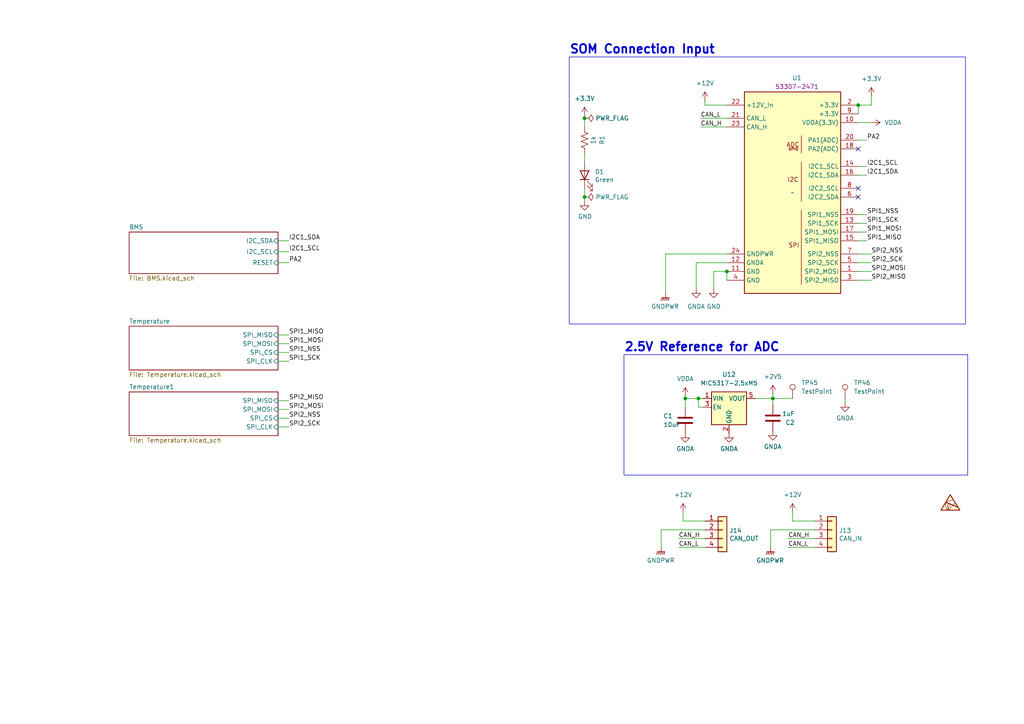
<source format=kicad_sch>
(kicad_sch (version 20231120) (generator "eeschema") (generator_version "8.0")
  (paper "A4")
  (lib_symbols
    (symbol "+3.3V_1" (power) (pin_numbers hide) (pin_names (offset 0) hide)
      (property "Value" "+3.3V" (at 0 3.556 0))
      (symbol "+3.3V_1_0_1"
        (polyline (pts (xy -0.762 1.27) (xy 0 2.54)))
        (polyline (pts (xy 0 0) (xy 0 2.54)))
        (polyline (pts (xy 0 2.54) (xy 0.762 1.27)))
      )
      (symbol "+3.3V_1_1_1"
        (pin power_in line (at 0 0 90) (length 0) (name "~") (number "1"))
      )
    )
    (symbol "Connector:TestPoint" (pin_numbers hide) (pin_names (offset 0.762) hide)
      (property "Reference" "TP" (at 0 6.858 0))
      (property "Value" "TestPoint" (at 0 5.08 0))
      (symbol "TestPoint_0_1"
        (circle (center 0 3.302) (radius 0.762))
      )
      (symbol "TestPoint_1_1"
        (pin passive line (at 0 0 90) (length 2.54) (name "1") (number "1"))
      )
    )
    (symbol "Connector_Generic:Conn_01x04" (pin_names (offset 1.016) hide)
      (property "Reference" "J" (at 0 5.08 0))
      (property "Value" "Conn_01x04" (at 0 -7.62 0))
      (symbol "Conn_01x04_1_1"
        (rectangle (start -1.27 -4.953) (end 0 -5.207) (stroke (width 0.1524)))
        (rectangle (start -1.27 -2.413) (end 0 -2.667) (stroke (width 0.1524)))
        (rectangle (start -1.27 0.127) (end 0 -0.127) (stroke (width 0.1524)))
        (rectangle (start -1.27 2.667) (end 0 2.413) (stroke (width 0.1524)))
        (rectangle (start -1.27 3.81) (end 1.27 -6.35) (stroke (width 0.254)) (fill (type background)))
        (pin passive line (at -5.08 2.54 0) (length 3.81) (name "Pin_1") (number "1"))
        (pin passive line (at -5.08 0 0) (length 3.81) (name "Pin_2") (number "2"))
        (pin passive line (at -5.08 -2.54 0) (length 3.81) (name "Pin_3") (number "3"))
        (pin passive line (at -5.08 -5.08 0) (length 3.81) (name "Pin_4") (number "4"))
      )
    )
    (symbol "Device:C" (pin_numbers hide) (pin_names (offset 0.254))
      (property "Reference" "C" (at 0.635 2.54 0))
      (property "Value" "C" (at 0.635 -2.54 0))
      (symbol "C_0_1"
        (polyline (pts (xy -2.032 -0.762) (xy 2.032 -0.762)) (stroke (width 0.508)))
        (polyline (pts (xy -2.032 0.762) (xy 2.032 0.762)) (stroke (width 0.508)))
      )
      (symbol "C_1_1"
        (pin passive line (at 0 3.81 270) (length 2.794) (name "~") (number "1"))
        (pin passive line (at 0 -3.81 90) (length 2.794) (name "~") (number "2"))
      )
    )
    (symbol "Device:LED" (pin_numbers hide) (pin_names (offset 1.016) hide)
      (property "Reference" "D" (at 0 2.54 0))
      (property "Value" "LED" (at 0 -2.54 0))
      (symbol "LED_0_1"
        (polyline (pts (xy -1.27 -1.27) (xy -1.27 1.27)) (stroke (width 0.254)))
        (polyline (pts (xy -1.27 0) (xy 1.27 0)))
        (polyline (pts (xy 1.27 -1.27) (xy 1.27 1.27) (xy -1.27 0) (xy 1.27 -1.27)) (stroke (width 0.254)))
        (polyline (pts (xy -3.048 -0.762) (xy -4.572 -2.286) (xy -3.81 -2.286) (xy -4.572 -2.286) (xy -4.572 -1.524)))
        (polyline (pts (xy -1.778 -0.762) (xy -3.302 -2.286) (xy -2.54 -2.286) (xy -3.302 -2.286) (xy -3.302 -1.524)))
      )
      (symbol "LED_1_1"
        (pin passive line (at -3.81 0 0) (length 2.54) (name "K") (number "1"))
        (pin passive line (at 3.81 0 180) (length 2.54) (name "A") (number "2"))
      )
    )
    (symbol "Device:R_US" (pin_numbers hide) (pin_names (offset 0))
      (property "Reference" "R" (at 2.54 0 90))
      (property "Value" "R_US" (at -2.54 0 90))
      (symbol "R_US_0_1"
        (polyline (pts (xy 0 -2.286) (xy 0 -2.54)))
        (polyline (pts (xy 0 2.286) (xy 0 2.54)))
        (polyline (pts (xy 0 -0.762) (xy 1.016 -1.143) (xy 0 -1.524) (xy -1.016 -1.905) (xy 0 -2.286)))
        (polyline (pts (xy 0 0.762) (xy 1.016 0.381) (xy 0 0) (xy -1.016 -0.381) (xy 0 -0.762)))
        (polyline (pts (xy 0 2.286) (xy 1.016 1.905) (xy 0 1.524) (xy -1.016 1.143) (xy 0 0.762)))
      )
      (symbol "R_US_1_1"
        (pin passive line (at 0 3.81 270) (length 1.27) (name "~") (number "1"))
        (pin passive line (at 0 -3.81 90) (length 1.27) (name "~") (number "2"))
      )
    )
    (symbol "GNDA_1" (power) (pin_numbers hide) (pin_names (offset 0) hide)
      (property "Value" "GNDA" (at 0 -3.81 0))
      (symbol "GNDA_1_0_1"
        (polyline (pts (xy 0 0) (xy 0 -1.27) (xy 1.27 -1.27) (xy 0 -2.54) (xy -1.27 -1.27) (xy 0 -1.27)))
      )
      (symbol "GNDA_1_1_1"
        (pin power_in line (at 0 0 270) (length 0) (name "~") (number "1"))
      )
    )
    (symbol "GND_1" (power) (pin_numbers hide) (pin_names (offset 0) hide)
      (property "Value" "GND" (at 0 -3.81 0))
      (symbol "GND_1_0_1"
        (polyline (pts (xy 0 0) (xy 0 -1.27) (xy 1.27 -1.27) (xy 0 -2.54) (xy -1.27 -1.27) (xy 0 -1.27)))
      )
      (symbol "GND_1_1_1"
        (pin power_in line (at 0 0 270) (length 0) (name "~") (number "1"))
      )
    )
    (symbol "Graphic:SYM_ESD_Small" (in_bom no) (on_board no)
      (symbol "SYM_ESD_Small_0_0"
        (polyline (pts (xy -1.27 0.381) (xy 2.159 -1.016)) (stroke (width 0.254)))
        (polyline (pts (xy -2.667 -1.905) (xy 2.794 -1.905) (xy 0 2.54) (xy -2.667 -1.905)) (stroke (width 0.254)))
        (polyline (pts (xy 2.7432 -1.905) (xy 2.7178 -1.8796) (xy 2.6162 -1.6764) (xy 2.5654 -1.6002) (xy 2.4892 -1.4986) (xy 2.4384 -1.3716) (xy 1.7526 -0.2286) (xy 1.7018 -0.127) (xy 1.6256 -0.0508) (xy 1.6002 0.0508) (xy 1.5494 0.1016) (xy 1.4986 0.2032) (xy 1.4732 0.2286) (xy 1.4732 0.2032) (xy 1.4478 0.2032) (xy 1.3208 0.0762) (xy 1.2954 0.0254) (xy 1.2954 -0.0254) (xy 1.27 -0.0762) (xy 1.2446 -0.1524) (xy 1.143 -0.254) (xy 1.0922 -0.3302) (xy 1.0414 -0.3556) (xy 0.9144 -0.4826) (xy 0.762 -0.5842) (xy 0.6604 -0.6604) (xy 0.508 -0.762) (xy 0.4572 -0.8128) (xy 0.3556 -0.8636) (xy 0.3048 -0.9144) (xy 0.2286 -0.9652) (xy 0.0762 -1.1938) (xy 0.0254 -1.2954) (xy -0.0254 -1.4224) (xy -0.0508 -1.4986) (xy -0.1016 -1.5748) (xy -0.127 -1.651) (xy -0.1778 -1.6764) (xy -0.2032 -1.7272) (xy -0.254 -1.7526) (xy -0.4064 -1.7526) (xy -0.4064 -1.7272) (xy -0.4572 -1.7018) (xy -0.4826 -1.6256) (xy -0.508 -1.524) (xy -0.508 -1.0922) (xy -0.4572 -0.889) (xy -0.4064 -0.8128) (xy -0.254 -0.6604) (xy -0.2032 -0.5842) (xy -0.127 -0.5334) (xy -0.1016 -0.4826) (xy -0.0762 -0.4064) (xy -0.0508 -0.3556) (xy -0.0254 -0.3302) (xy -0.0254 -0.2794) (xy 0 -0.2286) (xy -0.0762 -0.1524) (xy -0.127 -0.127) (xy -0.1524 -0.0762) (xy -0.2032 -0.0508) (xy -0.2286 -0.0254) (xy -0.254 -0.0254) (xy -0.3048 -0.0762) (xy -0.3556 -0.1016) (xy -0.4318 -0.127) (xy -0.4826 -0.1524) (xy -0.5588 -0.2286) (xy -0.6096 -0.254) (xy -0.8382 -0.4826) (xy -0.8128 -0.5588) (xy -0.7874 -0.5842) (xy -0.7874 -0.8636) (xy -0.8128 -0.889) (xy -0.8128 -0.9652) (xy -0.762 -1.016) (xy -0.762 -1.0414) (xy -0.6604 -1.2954) (xy -0.6604 -1.5748) (xy -0.6858 -1.6002) (xy -0.6858 -1.6256) (xy -0.7366 -1.7018) (xy -0.8382 -1.7526) (xy -0.9144 -1.7526) (xy -0.9398 -1.7272) (xy -0.9652 -1.6764) (xy -1.016 -1.6002) (xy -1.0414 -1.524) (xy -1.143 -1.27) (xy -1.2192 -1.0414) (xy -1.27 -0.9652) (xy -1.2954 -0.889) (xy -1.3208 -0.8382) (xy -1.3208 -0.8128) (xy -1.3716 -0.7112) (xy -1.397 -0.5842) (xy -1.397 -0.4826) (xy -1.3716 -0.381) (xy -1.3208 -0.254) (xy -1.2954 -0.2032) (xy -1.1938 -0.0508) (xy -1.0414 0.1524) (xy -0.9906 0.2032) (xy -0.9652 0.254) (xy -0.9144 0.3302) (xy -0.889 0.381) (xy -0.8636 0.381) (xy -0.8128 0.508) (xy -0.6096 0.7112) (xy -0.5334 0.7366) (xy -0.508 0.762) (xy -0.4318 0.762) (xy -0.3556 0.7874) (xy -0.2286 0.8128) (xy -0.1016 0.8128) (xy 0.0508 0.8382) (xy 0.2032 0.8382) (xy 0.3048 0.8636) (xy 0.4826 0.8636) (xy 0.5334 0.889) (xy 0.5842 0.889) (xy 0.6858 0.9398) (xy 0.7112 0.9652) (xy 0.762 0.9906) (xy 0.8128 1.0414) (xy 0.8636 1.0668) (xy 0.889 1.1176) (xy 0.9144 1.143) (xy 0.9144 1.1938) (xy 0.889 1.2192) (xy 0.8636 1.27) (xy 0.8128 1.3462) (xy 0.7112 1.5494) (xy 0.635 1.651) (xy 0.5842 1.7526) (xy 0.508 1.8796) (xy 0.4572 1.9558) (xy 0.381 2.0828) (xy 0.3048 2.1844) (xy 0.254 2.286) (xy 0.2032 2.3622) (xy 0.1778 2.4384) (xy 0.1016 2.5146) (xy 0.1016 2.54) (xy 0.0762 2.5654) (xy 0.0762 2.5908) (xy 0.0254 2.5908) (xy 0.0254 2.5654) (xy -0.0254 2.5146) (xy -0.1016 2.3622) (xy -0.254 2.1336) (xy -0.3048 2.032) (xy -0.4572 1.778) (xy -0.5588 1.6256) (xy -0.762 1.27) (xy -0.889 1.0668) (xy -1.016 0.8382) (xy -1.1684 0.6096) (xy -1.3208 0.3302) (xy -1.397 0.2032) (xy -1.524 -0.0254) (xy -1.778 -0.4318) (xy -1.8796 -0.635) (xy -2.0066 -0.8128) (xy -2.1082 -0.9906) (xy -2.2098 -1.143) (xy -2.286 -1.2954) (xy -2.4384 -1.5494) (xy -2.4892 -1.651) (xy -2.5654 -1.7526) (xy -2.5908 -1.8288) (xy -2.6162 -1.8796) (xy -2.6416 -1.905) (xy -2.6416 -1.9304) (xy 2.7432 -1.9304) (xy 2.7432 -1.905)) (stroke (width 0.127)) (fill (type background)))
      )
    )
    (symbol "Regulator_Linear:MIC5317-2.5xM5" (pin_names (offset 0.254))
      (property "Reference" "U" (at -6.35 6.35 0))
      (property "Value" "MIC5317-2.5xM5" (at 0 6.35 0))
      (symbol "MIC5317-2.5xM5_0_1"
        (rectangle (start -5.08 4.445) (end 5.08 -5.08) (stroke (width 0.254)) (fill (type background)))
      )
      (symbol "MIC5317-2.5xM5_1_1"
        (pin power_in line (at -7.62 2.54 0) (length 2.54) (name "VIN") (number "1"))
        (pin power_in line (at 0 -7.62 90) (length 2.54) (name "GND") (number "2"))
        (pin input line (at -7.62 0 0) (length 2.54) (name "EN") (number "3"))
        (pin no_connect line (at 5.08 0 180) (length 2.54) hide (name "NC") (number "4"))
        (pin power_out line (at 7.62 2.54 180) (length 2.54) (name "VOUT") (number "5"))
      )
    )
    (symbol "VDDA_1" (power) (pin_numbers hide) (pin_names (offset 0) hide)
      (property "Value" "VDDA" (at 0 3.556 0))
      (symbol "VDDA_1_0_1"
        (polyline (pts (xy -0.762 1.27) (xy 0 2.54)))
        (polyline (pts (xy 0 0) (xy 0 2.54)))
        (polyline (pts (xy 0 2.54) (xy 0.762 1.27)))
      )
      (symbol "VDDA_1_1_1"
        (pin power_in line (at 0 0 90) (length 0) (name "~") (number "1"))
      )
    )
    (symbol "power:+12V" (power) (pin_numbers hide) (pin_names (offset 0) hide)
      (property "Value" "+12V" (at 0 3.556 0))
      (symbol "+12V_0_1"
        (polyline (pts (xy -0.762 1.27) (xy 0 2.54)))
        (polyline (pts (xy 0 0) (xy 0 2.54)))
        (polyline (pts (xy 0 2.54) (xy 0.762 1.27)))
      )
      (symbol "+12V_1_1"
        (pin power_in line (at 0 0 90) (length 0) (name "~") (number "1"))
      )
    )
    (symbol "power:+2V5" (power) (pin_names (offset 0))
      (property "Value" "+2V5" (at 0 3.556 0))
      (symbol "+2V5_0_1"
        (polyline (pts (xy -0.762 1.27) (xy 0 2.54)))
        (polyline (pts (xy 0 0) (xy 0 2.54)))
        (polyline (pts (xy 0 2.54) (xy 0.762 1.27)))
      )
      (symbol "+2V5_1_1"
        (pin power_in line (at 0 0 90) (length 0) hide (name "+2V5") (number "1"))
      )
    )
    (symbol "power:+3.3V" (power) (pin_names (offset 0))
      (property "Value" "+3.3V" (at 0 3.556 0))
      (symbol "+3.3V_0_1"
        (polyline (pts (xy -0.762 1.27) (xy 0 2.54)))
        (polyline (pts (xy 0 0) (xy 0 2.54)))
        (polyline (pts (xy 0 2.54) (xy 0.762 1.27)))
      )
      (symbol "+3.3V_1_1"
        (pin power_in line (at 0 0 90) (length 0) hide (name "+3.3V") (number "1"))
      )
    )
    (symbol "power:GND" (power) (pin_names (offset 0))
      (property "Value" "GND" (at 0 -3.81 0))
      (symbol "GND_0_1"
        (polyline (pts (xy 0 0) (xy 0 -1.27) (xy 1.27 -1.27) (xy 0 -2.54) (xy -1.27 -1.27) (xy 0 -1.27)))
      )
      (symbol "GND_1_1"
        (pin power_in line (at 0 0 270) (length 0) hide (name "GND") (number "1"))
      )
    )
    (symbol "power:GNDA" (power) (pin_names (offset 0))
      (property "Value" "GNDA" (at 0 -3.81 0))
      (symbol "GNDA_0_1"
        (polyline (pts (xy 0 0) (xy 0 -1.27) (xy 1.27 -1.27) (xy 0 -2.54) (xy -1.27 -1.27) (xy 0 -1.27)))
      )
      (symbol "GNDA_1_1"
        (pin power_in line (at 0 0 270) (length 0) hide (name "GNDA") (number "1"))
      )
    )
    (symbol "power:GNDPWR" (power) (pin_numbers hide) (pin_names (offset 0) hide)
      (property "Value" "GNDPWR" (at 0 -3.302 0))
      (symbol "GNDPWR_0_1"
        (polyline (pts (xy 0 -1.27) (xy 0 0)))
        (polyline (pts (xy -1.016 -1.27) (xy -1.27 -2.032) (xy -1.27 -2.032)) (stroke (width 0.2032)))
        (polyline (pts (xy -0.508 -1.27) (xy -0.762 -2.032) (xy -0.762 -2.032)) (stroke (width 0.2032)))
        (polyline (pts (xy 0 -1.27) (xy -0.254 -2.032) (xy -0.254 -2.032)) (stroke (width 0.2032)))
        (polyline (pts (xy 0.508 -1.27) (xy 0.254 -2.032) (xy 0.254 -2.032)) (stroke (width 0.2032)))
        (polyline (pts (xy 1.016 -1.27) (xy -1.016 -1.27) (xy -1.016 -1.27)) (stroke (width 0.2032)))
        (polyline (pts (xy 1.016 -1.27) (xy 0.762 -2.032) (xy 0.762 -2.032) (xy 0.762 -2.032)) (stroke (width 0.2032)))
      )
      (symbol "GNDPWR_1_1"
        (pin power_in line (at 0 0 270) (length 0) (name "~") (number "1"))
      )
    )
    (symbol "power:PWR_FLAG" (power) (pin_numbers hide) (pin_names (offset 0) hide)
      (property "Value" "PWR_FLAG" (at 0 3.81 0))
      (symbol "PWR_FLAG_0_0"
        (pin power_out line (at 0 0 90) (length 0) (name "pwr") (number "1"))
      )
      (symbol "PWR_FLAG_0_1"
        (polyline (pts (xy 0 0) (xy 0 1.27) (xy -1.016 1.905) (xy 0 2.54) (xy 1.016 1.905) (xy 0 1.27)))
      )
    )
    (symbol "power:VDDA" (power) (pin_names (offset 0))
      (property "Value" "VDDA" (at 0 3.81 0))
      (symbol "VDDA_0_1"
        (polyline (pts (xy -0.762 1.27) (xy 0 2.54)))
        (polyline (pts (xy 0 0) (xy 0 2.54)))
        (polyline (pts (xy 0 2.54) (xy 0.762 1.27)))
      )
      (symbol "VDDA_1_1"
        (pin power_in line (at 0 0 90) (length 0) hide (name "VDDA") (number "1"))
      )
    )
    (symbol "utsvt-misc:PeripheralSOM"
      (property "Reference" "U" (at -13.716 30.48 0))
      (property "Value" "PeripheralSOM" (at 7.112 30.48 0))
      (property "P/N" "53307-2471" (at 0 0 0))
      (symbol "PeripheralSOM_1_1"
        (rectangle (start -13.97 29.21) (end 13.97 -29.21) (stroke (width 0.254)) (fill (type background)))
        (polyline (pts (xy 2.54 -5.08) (xy 2.54 -26.67)))
        (polyline (pts (xy 2.54 8.89) (xy 2.54 -2.54)))
        (polyline (pts (xy 2.54 16.51) (xy 2.54 11.43)))
        (text "ADC" (at 2.032 13.97 0) (effects (font (size 1.27 1.27)) (justify right)))
        (text "GPIO" (at 1.778 12.7 0) (effects (font (size 0.8 0.8)) (justify right)))
        (text "I2C" (at 1.778 3.81 0) (effects (font (size 1.27 1.27)) (justify right)))
        (text "SPI" (at 2.032 -15.24 0) (effects (font (size 1.27 1.27)) (justify right)))
        (pin passive line (at 19.05 -22.86 180) (length 5.08) (name "SPI2_MOSI") (number "1"))
        (pin passive line (at 19.05 20.32 180) (length 5.08) (name "VDDA(3.3V)") (number "10"))
        (pin output line (at -19.05 -22.86 0) (length 5.08) (name "GND") (number "11"))
        (pin output line (at -19.05 -20.32 0) (length 5.08) (name "GNDA") (number "12"))
        (pin passive line (at 19.05 -8.89 180) (length 5.08) (name "SPI1_SCK") (number "13"))
        (pin passive line (at 19.05 7.62 180) (length 5.08) (name "I2C1_SCL") (number "14"))
        (pin passive line (at 19.05 -13.97 180) (length 5.08) (name "SPI1_MISO") (number "15"))
        (pin passive line (at 19.05 5.08 180) (length 5.08) (name "I2C1_SDA") (number "16"))
        (pin passive line (at 19.05 -11.43 180) (length 5.08) (name "SPI1_MOSI") (number "17"))
        (pin passive line (at 19.05 12.7 180) (length 5.08) (name "PA2(ADC)") (number "18"))
        (pin passive line (at 19.05 -6.35 180) (length 5.08) (name "SPI1_NSS") (number "19"))
        (pin passive line (at 19.05 25.4 180) (length 5.08) (name "+3.3V") (number "2"))
        (pin passive line (at 19.05 15.24 180) (length 5.08) (name "PA1(ADC)") (number "20"))
        (pin passive line (at -19.05 21.59 0) (length 5.08) (name "CAN_L") (number "21"))
        (pin input line (at -19.05 25.4 0) (length 5.08) (name "+12V_In") (number "22"))
        (pin passive line (at -19.05 19.05 0) (length 5.08) (name "CAN_H") (number "23"))
        (pin passive line (at -19.05 -17.78 0) (length 5.08) (name "GNDPWR") (number "24"))
        (pin passive line (at 19.05 -25.4 180) (length 5.08) (name "SPI2_MISO") (number "3"))
        (pin output line (at -19.05 -25.4 0) (length 5.08) (name "GND") (number "4"))
        (pin passive line (at 19.05 -20.32 180) (length 5.08) (name "SPI2_SCK") (number "5"))
        (pin passive line (at 19.05 -1.27 180) (length 5.08) (name "I2C2_SDA") (number "6"))
        (pin passive line (at 19.05 -17.78 180) (length 5.08) (name "SPI2_NSS") (number "7"))
        (pin passive line (at 19.05 1.27 180) (length 5.08) (name "I2C2_SCL") (number "8"))
        (pin output line (at 19.05 22.86 180) (length 5.08) (name "+3.3V") (number "9"))
      )
    )
  )
  (junction (at 198.755 115.57))
  (junction (at 169.545 34.29))
  (junction (at 169.545 57.15))
  (junction (at 210.82 78.74))
  (junction (at 248.92 30.48))
  (junction (at 224.155 115.57))
  (junction (at 202.565 115.57))
  (no_connect (at 248.92 43.18))
  (no_connect (at 248.92 54.61))
  (no_connect (at 248.92 57.15))
  (wire (pts (xy 169.545 54.61) (xy 169.545 57.15)))
  (wire (pts (xy 80.645 118.745) (xy 83.82 118.745)))
  (wire (pts (xy 228.6 156.21) (xy 236.22 156.21)))
  (wire (pts (xy 207.01 78.74) (xy 210.82 78.74)))
  (wire (pts (xy 229.87 148.59) (xy 229.87 151.13)))
  (wire (pts (xy 248.92 78.74) (xy 252.73 78.74)))
  (wire (pts (xy 219.075 115.57) (xy 224.155 115.57)))
  (wire (pts (xy 169.545 57.15) (xy 169.545 58.42)))
  (wire (pts (xy 229.87 115.57) (xy 224.155 115.57)))
  (wire (pts (xy 224.155 117.475) (xy 224.155 115.57)))
  (wire (pts (xy 204.47 30.48) (xy 210.82 30.48)))
  (wire (pts (xy 248.92 35.56) (xy 252.73 35.56)))
  (wire (pts (xy 191.77 158.75) (xy 191.77 153.67)))
  (wire (pts (xy 80.645 76.2) (xy 83.82 76.2)))
  (wire (pts (xy 228.6 158.75) (xy 236.22 158.75)))
  (wire (pts (xy 169.545 33.655) (xy 169.545 34.29)))
  (wire (pts (xy 196.85 158.75) (xy 204.47 158.75)))
  (wire (pts (xy 80.645 121.285) (xy 83.82 121.285)))
  (wire (pts (xy 201.93 76.2) (xy 210.82 76.2)))
  (wire (pts (xy 198.755 114.935) (xy 198.755 115.57)))
  (wire (pts (xy 252.73 30.48) (xy 248.92 30.48)))
  (wire (pts (xy 169.545 34.29) (xy 169.545 36.83)))
  (wire (pts (xy 248.92 30.48) (xy 248.92 33.02)))
  (wire (pts (xy 203.2 36.83) (xy 210.82 36.83)))
  (wire (pts (xy 169.545 44.45) (xy 169.545 46.99)))
  (wire (pts (xy 196.85 156.21) (xy 204.47 156.21)))
  (wire (pts (xy 80.645 99.695) (xy 83.82 99.695)))
  (wire (pts (xy 224.155 114.3) (xy 224.155 115.57)))
  (wire (pts (xy 210.82 78.74) (xy 210.82 81.28)))
  (wire (pts (xy 191.77 153.67) (xy 204.47 153.67)))
  (wire (pts (xy 245.11 115.57) (xy 245.11 116.84)))
  (wire (pts (xy 248.92 50.8) (xy 251.46 50.8)))
  (wire (pts (xy 202.565 115.57) (xy 198.755 115.57)))
  (wire (pts (xy 223.52 153.67) (xy 236.22 153.67)))
  (wire (pts (xy 207.01 83.82) (xy 207.01 78.74)))
  (wire (pts (xy 198.12 151.13) (xy 204.47 151.13)))
  (wire (pts (xy 80.645 116.205) (xy 83.82 116.205)))
  (wire (pts (xy 203.835 118.11) (xy 202.565 118.11)))
  (wire (pts (xy 248.92 67.31) (xy 251.46 67.31)))
  (wire (pts (xy 198.755 115.57) (xy 198.755 118.11)))
  (wire (pts (xy 193.04 85.09) (xy 193.04 73.66)))
  (wire (pts (xy 80.645 97.155) (xy 83.82 97.155)))
  (wire (pts (xy 248.92 73.66) (xy 252.73 73.66)))
  (wire (pts (xy 203.2 34.29) (xy 210.82 34.29)))
  (wire (pts (xy 248.92 81.28) (xy 252.73 81.28)))
  (wire (pts (xy 248.92 40.64) (xy 251.46 40.64)))
  (wire (pts (xy 80.645 73.025) (xy 83.82 73.025)))
  (wire (pts (xy 204.47 29.21) (xy 204.47 30.48)))
  (wire (pts (xy 80.645 123.825) (xy 83.82 123.825)))
  (wire (pts (xy 198.12 148.59) (xy 198.12 151.13)))
  (wire (pts (xy 193.04 73.66) (xy 210.82 73.66)))
  (wire (pts (xy 248.92 62.23) (xy 251.46 62.23)))
  (wire (pts (xy 203.835 115.57) (xy 202.565 115.57)))
  (wire (pts (xy 248.92 76.2) (xy 252.73 76.2)))
  (wire (pts (xy 248.92 48.26) (xy 251.46 48.26)))
  (wire (pts (xy 80.645 69.85) (xy 83.82 69.85)))
  (wire (pts (xy 201.93 76.2) (xy 201.93 83.82)))
  (wire (pts (xy 223.52 158.75) (xy 223.52 153.67)))
  (wire (pts (xy 248.92 69.85) (xy 251.46 69.85)))
  (wire (pts (xy 229.87 151.13) (xy 236.22 151.13)))
  (wire (pts (xy 202.565 118.11) (xy 202.565 115.57)))
  (wire (pts (xy 248.92 64.77) (xy 251.46 64.77)))
  (wire (pts (xy 80.645 104.775) (xy 83.82 104.775)))
  (wire (pts (xy 252.73 27.94) (xy 252.73 30.48)))
  (wire (pts (xy 80.645 102.235) (xy 83.82 102.235)))
  (rectangle (start 165.1 16.51) (end 280.035 93.98))
  (rectangle (start 180.975 102.87) (end 280.67 137.795))
  (text "2.5V Reference for ADC" (at 180.975 102.235 0) (effects (font (size 2.5 2.5) (thickness 0.5) (bold yes)) (justify left bottom)))
  (text "SOM Connection Input\n" (at 165.1 15.875 0) (effects (font (size 2.5 2.5) (thickness 0.5) (bold yes)) (justify left bottom)))
  (label "I2C1_SCL" (at 251.46 48.26 0))
  (label "SPI1_MISO" (at 251.46 69.85 0))
  (label "SPI2_SCK" (at 83.82 123.825 0))
  (label "SPI1_SCK" (at 251.46 64.77 0))
  (label "SPI2_SCK" (at 252.73 76.2 0))
  (label "SPI1_MOSI" (at 251.46 67.31 0))
  (label "SPI2_MOSI" (at 83.82 118.745 0))
  (label "CAN_H" (at 228.6 156.21 0))
  (label "SPI1_SCK" (at 83.82 104.775 0))
  (label "I2C1_SCL" (at 83.82 73.025 0))
  (label "PA2" (at 83.82 76.2 0))
  (label "CAN_H" (at 196.85 156.21 0))
  (label "CAN_L" (at 203.2 34.29 0))
  (label "SPI2_MISO" (at 252.73 81.28 0))
  (label "SPI1_NSS" (at 83.82 102.235 0))
  (label "CAN_H" (at 203.2 36.83 0))
  (label "PA2" (at 251.46 40.64 0))
  (label "CAN_L" (at 196.85 158.75 0))
  (label "I2C1_SDA" (at 251.46 50.8 0))
  (label "SPI2_NSS" (at 83.82 121.285 0))
  (label "SPI1_MOSI" (at 83.82 99.695 0))
  (label "SPI2_NSS" (at 252.73 73.66 0))
  (label "SPI2_MOSI" (at 252.73 78.74 0))
  (label "I2C1_SDA" (at 83.82 69.85 0))
  (label "SPI2_MISO" (at 83.82 116.205 0))
  (label "CAN_L" (at 228.6 158.75 0))
  (label "SPI1_NSS" (at 251.46 62.23 0))
  (label "SPI1_MISO" (at 83.82 97.155 0))
  (symbol (lib_id "Device:LED") (at 169.545 50.8 90) (unit 1)
    (property "Reference" "D1" (at 172.5168 49.8348 90) (effects (justify right)))
    (property "Value" "Green" (at 172.5168 52.1462 90) (effects (justify right)))
    (property "Footprint" "LED_SMD:LED_0805_2012Metric" (effects (hide yes)))
  )
  (symbol (lib_id "power:GND") (at 169.545 58.42 0) (unit 1)
    (property "Reference" "#PWR02" (effects (hide yes)))
    (property "Value" "GND" (at 169.672 62.8142 0))
  )
  (symbol (lib_id "Graphic:SYM_ESD_Small") (at 275.59 146.05 0) (unit 1) (exclude_from_sim yes)
    (property "Reference" "#SYM1" (effects (hide yes)))
    (property "Value" "SYM_ESD_Small" (effects (hide yes)))
    (property "Footprint" "Symbol:ESD-Logo_6.6x6mm_SilkScreen" (effects (hide yes)))
  )
  (symbol (lib_name "GNDA_1") (lib_id "power:GNDA") (at 201.93 83.82 0) (unit 1)
    (property "Reference" "#PWR095" (effects (hide yes)))
    (property "Value" "GNDA" (at 201.93 88.9 0))
    (property "Description" "Power symbol creates a global label with name \"GNDA\" , analog ground" (effects (hide yes)))
  )
  (symbol (lib_id "power:GNDA") (at 224.155 125.095 0) (unit 1)
    (property "Reference" "#PWR09" (effects (hide yes)))
    (property "Value" "GNDA" (at 224.155 129.54 0))
  )
  (symbol (lib_id "power:+2V5") (at 224.155 114.3 0) (unit 1)
    (property "Reference" "#PWR08" (effects (hide yes)))
    (property "Value" "+2V5" (at 224.155 109.22 0))
  )
  (symbol (lib_id "Device:C") (at 224.155 121.285 0) (unit 1)
    (property "Reference" "C2" (at 230.505 122.555 0) (effects (justify right)))
    (property "Value" "1uF" (at 230.505 120.015 0) (effects (justify right)))
    (property "Footprint" "Capacitor_SMD:C_0805_2012Metric" (effects (hide yes)))
    (property "P/N" "C0805C105J3RECAUTO" (effects (hide yes)))
  )
  (symbol (lib_id "Device:R_US") (at 169.545 40.64 180) (unit 1)
    (property "Reference" "R1" (at 174.625 40.64 90))
    (property "Value" "1k" (at 172.085 40.64 90))
    (property "Footprint" "Resistor_SMD:R_0805_2012Metric" (effects (hide yes)))
    (property "P/N" "CRCW08051K00FKEAC" (effects (hide yes)))
  )
  (symbol (lib_name "VDDA_1") (lib_id "power:VDDA") (at 252.73 35.56 270) (unit 1)
    (property "Reference" "#PWR093" (effects (hide yes)))
    (property "Value" "VDDA" (at 256.54 35.5599 90) (effects (justify left)))
    (property "Description" "Power symbol creates a global label with name \"VDDA\"" (effects (hide yes)))
  )
  (symbol (lib_id "power:+12V") (at 204.47 29.21 0) (unit 1)
    (property "Reference" "#PWR071" (effects (hide yes)))
    (property "Value" "+12V" (at 204.47 24.13 0))
    (property "Description" "Power symbol creates a global label with name \"+12V\"" (effects (hide yes)))
  )
  (symbol (lib_id "utsvt-misc:PeripheralSOM") (at 229.87 55.88 0) (unit 1)
    (property "Reference" "U1" (at 231.14 22.606 0))
    (property "Value" "~" (at 229.87 55.88 0))
    (property "Footprint" "UTSVT_Special:PeripheralSOM" (effects (hide yes)))
    (property "Datasheet" "https://tools.molex.com/pdm_docs/sd/533072071_sd.pdf" (effects (hide yes)))
    (property "P/N" "53307-2471" (at 231.14 25.146 0))
    (property "Height" "3.85" (effects (hide yes)))
  )
  (symbol (lib_name "GND_1") (lib_id "power:GND") (at 207.01 83.82 0) (unit 1)
    (property "Reference" "#PWR094" (effects (hide yes)))
    (property "Value" "GND" (at 207.01 88.9 0))
    (property "Description" "Power symbol creates a global label with name \"GND\" , ground" (effects (hide yes)))
  )
  (symbol (lib_id "power:GNDA") (at 198.755 125.73 0) (unit 1)
    (property "Reference" "#PWR04" (effects (hide yes)))
    (property "Value" "GNDA" (at 198.755 130.175 0))
  )
  (symbol (lib_id "Regulator_Linear:MIC5317-2.5xM5") (at 211.455 118.11 0) (unit 1)
    (property "Reference" "U12" (at 211.455 108.585 0))
    (property "Value" "MIC5317-2.5xM5" (at 211.455 111.125 0))
    (property "Footprint" "Package_TO_SOT_SMD:SOT-23-5" (effects (hide yes)))
    (property "Datasheet" "https://ww1.microchip.com/downloads/aemDocuments/documents/OTH/ProductDocuments/DataSheets/MIC5317-High-Performance-Single-150mA-LDO-DS20006195B.pdf" (effects (hide yes)))
    (property "P/N" "MIC5317-2.5xM5" (effects (hide yes)))
  )
  (symbol (lib_id "Device:C") (at 198.755 121.92 180) (unit 1)
    (property "Reference" "C1" (at 192.405 120.65 0) (effects (justify right)))
    (property "Value" "10uF" (at 192.405 123.19 0) (effects (justify right)))
    (property "Footprint" "Capacitor_SMD:C_0805_2012Metric" (effects (hide yes)))
    (property "P/N" "TMK212BBJ106MGHT" (effects (hide yes)))
  )
  (symbol (lib_id "power:GNDA") (at 211.455 125.73 0) (unit 1)
    (property "Reference" "#PWR05" (effects (hide yes)))
    (property "Value" "GNDA" (at 211.455 130.175 0))
  )
  (symbol (lib_id "Connector:TestPoint") (at 245.11 115.57 0) (unit 1)
    (property "Reference" "TP46" (at 247.65 110.9979 0) (effects (justify left)))
    (property "Value" "TestPoint" (at 247.65 113.5379 0) (effects (justify left)))
    (property "Footprint" "TestPoint:TestPoint_Keystone_5005-5009_Compact" (effects (hide yes)))
    (property "Description" "test point" (effects (hide yes)))
  )
  (symbol (lib_id "Connector:TestPoint") (at 229.87 115.57 0) (unit 1)
    (property "Reference" "TP45" (at 232.41 110.9979 0) (effects (justify left)))
    (property "Value" "TestPoint" (at 232.41 113.5379 0) (effects (justify left)))
    (property "Footprint" "TestPoint:TestPoint_Keystone_5005-5009_Compact" (effects (hide yes)))
    (property "Description" "test point" (effects (hide yes)))
  )
  (symbol (lib_id "power:+3.3V") (at 169.545 33.655 0) (unit 1)
    (property "Reference" "#PWR01" (effects (hide yes)))
    (property "Value" "+3.3V" (at 169.545 28.575 0))
  )
  (symbol (lib_id "power:GNDPWR") (at 193.04 85.09 0) (unit 1)
    (property "Reference" "#PWR096" (effects (hide yes)))
    (property "Value" "GNDPWR" (at 192.913 88.9 0))
    (property "Description" "Power symbol creates a global label with name \"GNDPWR\" , global ground" (effects (hide yes)))
  )
  (symbol (lib_id "power:GNDA") (at 245.11 116.84 0) (unit 1)
    (property "Reference" "#PWR070" (effects (hide yes)))
    (property "Value" "GNDA" (at 245.11 121.285 0))
  )
  (symbol (lib_name "+3.3V_1") (lib_id "power:+3.3V") (at 252.73 27.94 0) (unit 1)
    (property "Reference" "#PWR092" (effects (hide yes)))
    (property "Value" "+3.3V" (at 252.73 22.86 0))
    (property "Description" "Power symbol creates a global label with name \"+3.3V\"" (effects (hide yes)))
  )
  (symbol (lib_id "Connector_Generic:Conn_01x04") (at 209.55 153.67 0) (unit 1)
    (property "Reference" "J14" (at 211.5566 153.8732 0) (effects (justify left)))
    (property "Value" "CAN_OUT" (at 211.5566 156.1846 0) (effects (justify left)))
    (property "Footprint" "UTSVT_Connectors:Molex_MicroFit3.0_1x4xP3.00mm_PolarizingPeg_Vertical" (effects (hide yes)))
    (property "P/N" "436500244" (effects (hide yes)))
  )
  (symbol (lib_id "power:GNDPWR") (at 223.52 158.75 0) (unit 1)
    (property "Reference" "#PWR087" (effects (hide yes)))
    (property "Value" "GNDPWR" (at 223.393 162.56 0))
    (property "Description" "Power symbol creates a global label with name \"GNDPWR\" , global ground" (effects (hide yes)))
  )
  (symbol (lib_id "power:GNDPWR") (at 191.77 158.75 0) (unit 1)
    (property "Reference" "#PWR088" (effects (hide yes)))
    (property "Value" "GNDPWR" (at 191.643 162.56 0))
    (property "Description" "Power symbol creates a global label with name \"GNDPWR\" , global ground" (effects (hide yes)))
  )
  (symbol (lib_id "power:VDDA") (at 198.755 114.935 0) (mirror y) (unit 1)
    (property "Reference" "#PWR03" (effects (hide yes)))
    (property "Value" "VDDA" (at 198.755 109.855 0))
  )
  (symbol (lib_id "power:+12V") (at 198.12 148.59 0) (unit 1)
    (property "Reference" "#PWR089" (effects (hide yes)))
    (property "Value" "+12V" (at 198.12 143.51 0))
    (property "Description" "Power symbol creates a global label with name \"+12V\"" (effects (hide yes)))
  )
  (symbol (lib_id "power:PWR_FLAG") (at 169.545 34.29 270) (unit 1)
    (property "Reference" "#FLG01" (effects (hide yes)))
    (property "Value" "PWR_FLAG" (at 172.72 34.29 90) (effects (justify left)))
  )
  (symbol (lib_id "power:PWR_FLAG") (at 169.545 57.15 270) (unit 1)
    (property "Reference" "#FLG02" (effects (hide yes)))
    (property "Value" "PWR_FLAG" (at 172.72 57.15 90) (effects (justify left)))
  )
  (symbol (lib_id "Connector_Generic:Conn_01x04") (at 241.3 153.67 0) (unit 1)
    (property "Reference" "J13" (at 243.3066 153.8732 0) (effects (justify left)))
    (property "Value" "CAN_IN" (at 243.3066 156.1846 0) (effects (justify left)))
    (property "Footprint" "UTSVT_Connectors:Molex_MicroFit3.0_1x4xP3.00mm_PolarizingPeg_Vertical" (effects (hide yes)))
    (property "P/N" "436500244" (effects (hide yes)))
  )
  (symbol (lib_id "power:+12V") (at 229.87 148.59 0) (unit 1)
    (property "Reference" "#PWR086" (effects (hide yes)))
    (property "Value" "+12V" (at 229.87 143.51 0))
    (property "Description" "Power symbol creates a global label with name \"+12V\"" (effects (hide yes)))
  )
  (sheet (at 37.465 94.615) (size 43.18 12.7) (stroke (width 0.1524))
    (property "Sheetname" "Temperature" (at 37.465 93.9034 0) (effects (justify left bottom)))
    (property "Sheetfile" "Temperature.kicad_sch" (at 37.465 107.8996 0) (effects (justify left top)))
    (pin "SPI_CLK" input (at 80.645 104.775 0))
    (pin "SPI_CS" input (at 80.645 102.235 0))
    (pin "SPI_MOSI" input (at 80.645 99.695 0))
    (pin "SPI_MISO" input (at 80.645 97.155 0))
  )
  (sheet (at 37.465 113.665) (size 43.18 12.7) (stroke (width 0.1524))
    (property "Sheetname" "Temperature1" (at 37.465 112.9534 0) (effects (justify left bottom)))
    (property "Sheetfile" "Temperature.kicad_sch" (at 37.465 126.9496 0) (effects (justify left top)))
    (pin "SPI_CLK" input (at 80.645 123.825 0))
    (pin "SPI_CS" input (at 80.645 121.285 0))
    (pin "SPI_MOSI" input (at 80.645 118.745 0))
    (pin "SPI_MISO" input (at 80.645 116.205 0))
  )
  (sheet (at 37.465 67.31) (size 43.18 12.065) (stroke (width 0.1524))
    (property "Sheetname" "BMS" (at 37.465 66.5984 0) (effects (justify left bottom)))
    (property "Sheetfile" "BMS.kicad_sch" (at 37.465 79.9596 0) (effects (justify left top)))
    (pin "RESET" input (at 80.645 76.2 0))
    (pin "I2C_SCL" input (at 80.645 73.025 0))
    (pin "I2C_SDA" input (at 80.645 69.85 0))
  )
)
</source>
